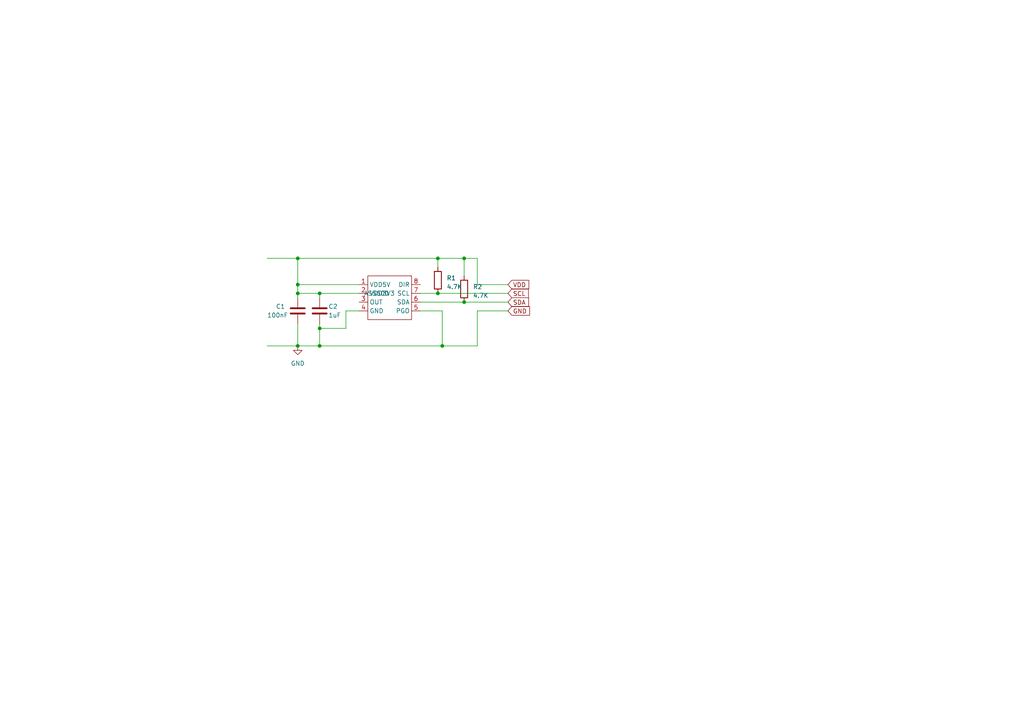
<source format=kicad_sch>
(kicad_sch (version 20230121) (generator eeschema)
  (paper "A4")
  (lib_symbols
    (symbol "Device:C" (pin_numbers hide) (pin_names (offset 0.254))
      (property "Reference" "C" (at 0.635 2.54 0))
      (property "Value" "C" (at 0.635 -2.54 0))
      (symbol "C_0_1"
        (polyline (pts (xy -2.032 -0.762) (xy 2.032 -0.762)) (stroke (width 0.508)))
        (polyline (pts (xy -2.032 0.762) (xy 2.032 0.762)) (stroke (width 0.508)))
      )
      (symbol "C_1_1"
        (pin passive line (at 0 3.81 270) (length 2.794) (name "~") (number "1"))
        (pin passive line (at 0 -3.81 90) (length 2.794) (name "~") (number "2"))
      )
    )
    (symbol "Device:R" (pin_numbers hide) (pin_names (offset 0))
      (property "Reference" "R" (at 2.032 0 90))
      (property "Value" "R" (at 0 0 90))
      (symbol "R_0_1"
        (rectangle (start -1.016 -2.54) (end 1.016 2.54) (stroke (width 0.254)))
      )
      (symbol "R_1_1"
        (pin passive line (at 0 3.81 270) (length 1.27) (name "~") (number "1"))
        (pin passive line (at 0 -3.81 90) (length 1.27) (name "~") (number "2"))
      )
    )
    (symbol "Library:AS5600"
      (symbol "AS5600_0_1"
        (rectangle (start -6.35 6.35) (end 6.35 -6.35))
      )
      (symbol "AS5600_1_1"
        (pin input line (at -8.89 3.81 0) (length 2.54) (name "VDD5V") (number "1"))
        (pin input line (at -8.89 1.27 0) (length 2.54) (name "VDD3V3") (number "2"))
        (pin input line (at -8.89 -1.27 0) (length 2.54) (name "OUT") (number "3"))
        (pin input line (at -8.89 -3.81 0) (length 2.54) (name "GND") (number "4"))
        (pin input line (at 8.89 -3.81 180) (length 2.54) (name "PGO") (number "5"))
        (pin input line (at 8.89 -1.27 180) (length 2.54) (name "SDA") (number "6"))
        (pin input line (at 8.89 1.27 180) (length 2.54) (name "SCL") (number "7"))
        (pin input line (at 8.89 3.81 180) (length 2.54) (name "DIR") (number "8"))
      )
    )
    (symbol "power:GND" (power) (pin_names (offset 0))
      (property "Value" "GND" (at 0 -3.81 0))
      (symbol "GND_0_1"
        (polyline (pts (xy 0 0) (xy 0 -1.27) (xy 1.27 -1.27) (xy 0 -2.54) (xy -1.27 -1.27) (xy 0 -1.27)))
      )
      (symbol "GND_1_1"
        (pin power_in line (at 0 0 270) (length 0) hide (name "GND") (number "1"))
      )
    )
  )
  (junction (at 92.71 95.25))
  (junction (at 86.36 82.55))
  (junction (at 134.62 74.93))
  (junction (at 128.27 100.33))
  (junction (at 127 74.93))
  (junction (at 86.36 85.09))
  (junction (at 86.36 74.93))
  (junction (at 127 85.09))
  (junction (at 134.62 87.63))
  (junction (at 92.71 85.09))
  (junction (at 86.36 100.33))
  (junction (at 92.71 100.33))
  (wire (pts (xy 128.27 90.17) (xy 128.27 100.33)))
  (wire (pts (xy 86.36 85.09) (xy 86.36 86.36)))
  (wire (pts (xy 127 74.93) (xy 134.62 74.93)))
  (wire (pts (xy 77.47 100.33) (xy 86.36 100.33)))
  (wire (pts (xy 92.71 100.33) (xy 92.71 95.25)))
  (wire (pts (xy 86.36 82.55) (xy 86.36 74.93)))
  (wire (pts (xy 134.62 74.93) (xy 138.43 74.93)))
  (wire (pts (xy 92.71 85.09) (xy 92.71 86.36)))
  (wire (pts (xy 86.36 100.33) (xy 92.71 100.33)))
  (wire (pts (xy 121.92 90.17) (xy 128.27 90.17)))
  (wire (pts (xy 92.71 85.09) (xy 86.36 85.09)))
  (wire (pts (xy 138.43 82.55) (xy 147.32 82.55)))
  (wire (pts (xy 86.36 82.55) (xy 104.14 82.55)))
  (wire (pts (xy 92.71 85.09) (xy 104.14 85.09)))
  (wire (pts (xy 138.43 90.17) (xy 147.32 90.17)))
  (wire (pts (xy 121.92 87.63) (xy 134.62 87.63)))
  (wire (pts (xy 134.62 74.93) (xy 134.62 80.01)))
  (wire (pts (xy 128.27 100.33) (xy 138.43 100.33)))
  (wire (pts (xy 92.71 100.33) (xy 128.27 100.33)))
  (wire (pts (xy 100.33 90.17) (xy 100.33 95.25)))
  (wire (pts (xy 77.47 74.93) (xy 86.36 74.93)))
  (wire (pts (xy 127 74.93) (xy 127 77.47)))
  (wire (pts (xy 92.71 95.25) (xy 92.71 93.98)))
  (wire (pts (xy 86.36 82.55) (xy 86.36 85.09)))
  (wire (pts (xy 86.36 74.93) (xy 127 74.93)))
  (wire (pts (xy 100.33 95.25) (xy 92.71 95.25)))
  (wire (pts (xy 138.43 100.33) (xy 138.43 90.17)))
  (wire (pts (xy 121.92 85.09) (xy 127 85.09)))
  (wire (pts (xy 104.14 90.17) (xy 100.33 90.17)))
  (wire (pts (xy 138.43 74.93) (xy 138.43 82.55)))
  (wire (pts (xy 134.62 87.63) (xy 147.32 87.63)))
  (wire (pts (xy 86.36 93.98) (xy 86.36 100.33)))
  (wire (pts (xy 127 85.09) (xy 147.32 85.09)))
  (global_label "SCL" (shape input) (at 147.32 85.09 0) (property "Intersheetrefs" "${INTERSHEET_REFS}" (effects hide)))
  (global_label "GND" (shape input) (at 147.32 90.17 0) (property "Intersheetrefs" "${INTERSHEET_REFS}" (effects hide)))
  (global_label "VDD" (shape input) (at 147.32 82.55 0) (property "Intersheetrefs" "${INTERSHEET_REFS}" (effects hide)))
  (global_label "SDA" (shape input) (at 147.32 87.63 0) (property "Intersheetrefs" "${INTERSHEET_REFS}" (effects hide)))
  (symbol (lib_id "Library:AS5600") (at 113.03 86.36 0) (unit 1)
    (property "Reference" "U1" (effects hide))
    (property "Value" "AS5600" (at 109.22 85.09 0))
    (property "Footprint" "Package_SO:SOIC-8-1EP_3.9x4.9mm_P1.27mm_EP2.514x3.2mm" (effects hide))
  )
  (symbol (lib_id "power:GND") (at 86.36 100.33 0) (unit 1)
    (property "Reference" "#PWR01" (effects hide))
    (property "Value" "GND" (at 86.36 105.41 0))
  )
  (symbol (lib_id "Device:C") (at 86.36 90.17 0) (unit 1)
    (property "Reference" "C1" (at 80.01 88.9 0) (effects (justify left)))
    (property "Value" "100nF" (at 77.47 91.44 0) (effects (justify left)))
    (property "Footprint" "Capacitor_SMD:C_0402_1005Metric" (effects hide))
  )
  (symbol (lib_id "Device:C") (at 92.71 90.17 0) (unit 1)
    (property "Reference" "C2" (at 95.25 88.9 0) (effects (justify left)))
    (property "Value" "1uF" (at 95.25 91.44 0) (effects (justify left)))
    (property "Footprint" "Capacitor_SMD:C_0402_1005Metric" (effects hide))
  )
  (symbol (lib_id "Device:R") (at 134.62 83.82 0) (unit 1)
    (property "Reference" "R2" (at 137.16 83.185 0) (effects (justify left)))
    (property "Value" "4.7K" (at 137.16 85.725 0) (effects (justify left)))
    (property "Footprint" "Resistor_SMD:R_0402_1005Metric" (effects hide))
  )
  (symbol (lib_id "Device:R") (at 127 81.28 0) (unit 1)
    (property "Reference" "R1" (at 129.54 80.645 0) (effects (justify left)))
    (property "Value" "4.7K" (at 129.54 83.185 0) (effects (justify left)))
    (property "Footprint" "Resistor_SMD:R_0402_1005Metric" (effects hide))
  )
)
</source>
